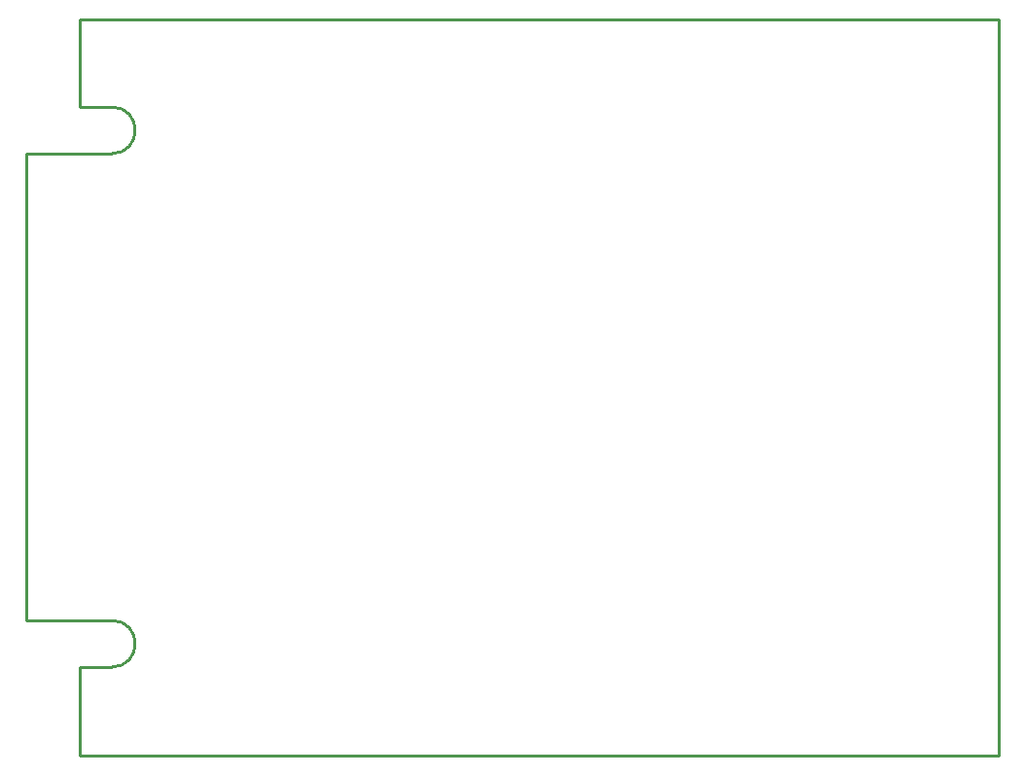
<source format=gko>
G04 Layer: BoardOutlineLayer*
G04 EasyEDA v6.5.22, 2023-04-21 14:11:52*
G04 02b723c2ecb045abbe3cd18361d6b951,0d2cea57a9a8422ebbcee2df73fbc454,10*
G04 Gerber Generator version 0.2*
G04 Scale: 100 percent, Rotated: No, Reflected: No *
G04 Dimensions in millimeters *
G04 leading zeros omitted , absolute positions ,4 integer and 5 decimal *
%FSLAX45Y45*%
%MOMM*%

%ADD10C,0.2540*%
D10*
X698500Y5816600D02*
G01*
X698500Y5410200D01*
X698500Y5816600D02*
G01*
X8699500Y5816600D01*
X8699500Y-596900D01*
X698500Y-596900D01*
X697900Y-183799D02*
G01*
X697900Y-596900D01*
X977900Y4648200D02*
G01*
X228899Y4648200D01*
X228899Y584200D01*
X697900Y178198D02*
G01*
X697900Y-183799D01*
X977900Y5054201D02*
G01*
X697900Y5054201D01*
X697900Y5416199D01*
X977900Y178198D02*
G01*
X697900Y178198D01*
X977900Y584200D02*
G01*
X228899Y584200D01*
G75*
G01*
X977900Y584200D02*
G02*
X977900Y178199I-718J-203001D01*
G75*
G01*
X977900Y4648200D02*
G03*
X977900Y5054201I-718J203001D01*

%LPD*%
M02*

</source>
